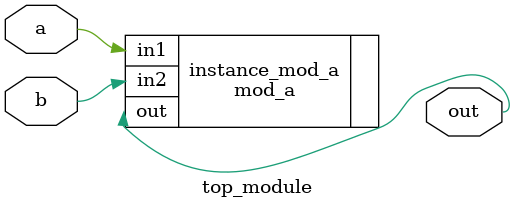
<source format=v>
module top_module ( input a, input b, output out );
    mod_a instance_mod_a (
        .in1(a),
        .in2(b),
        .out(out)
    );
endmodule
</source>
